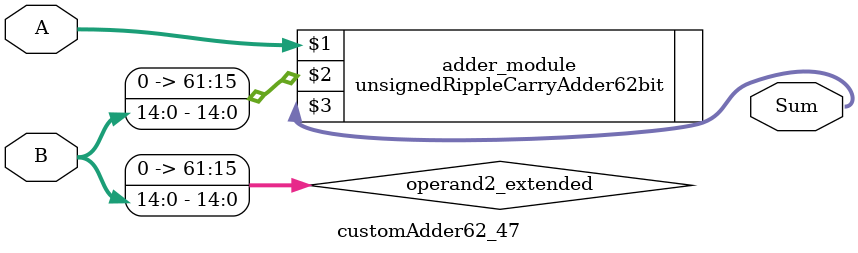
<source format=v>
module customAdder62_47(
                        input [61 : 0] A,
                        input [14 : 0] B,
                        
                        output [62 : 0] Sum
                );

        wire [61 : 0] operand2_extended;
        
        assign operand2_extended =  {47'b0, B};
        
        unsignedRippleCarryAdder62bit adder_module(
            A,
            operand2_extended,
            Sum
        );
        
        endmodule
        
</source>
